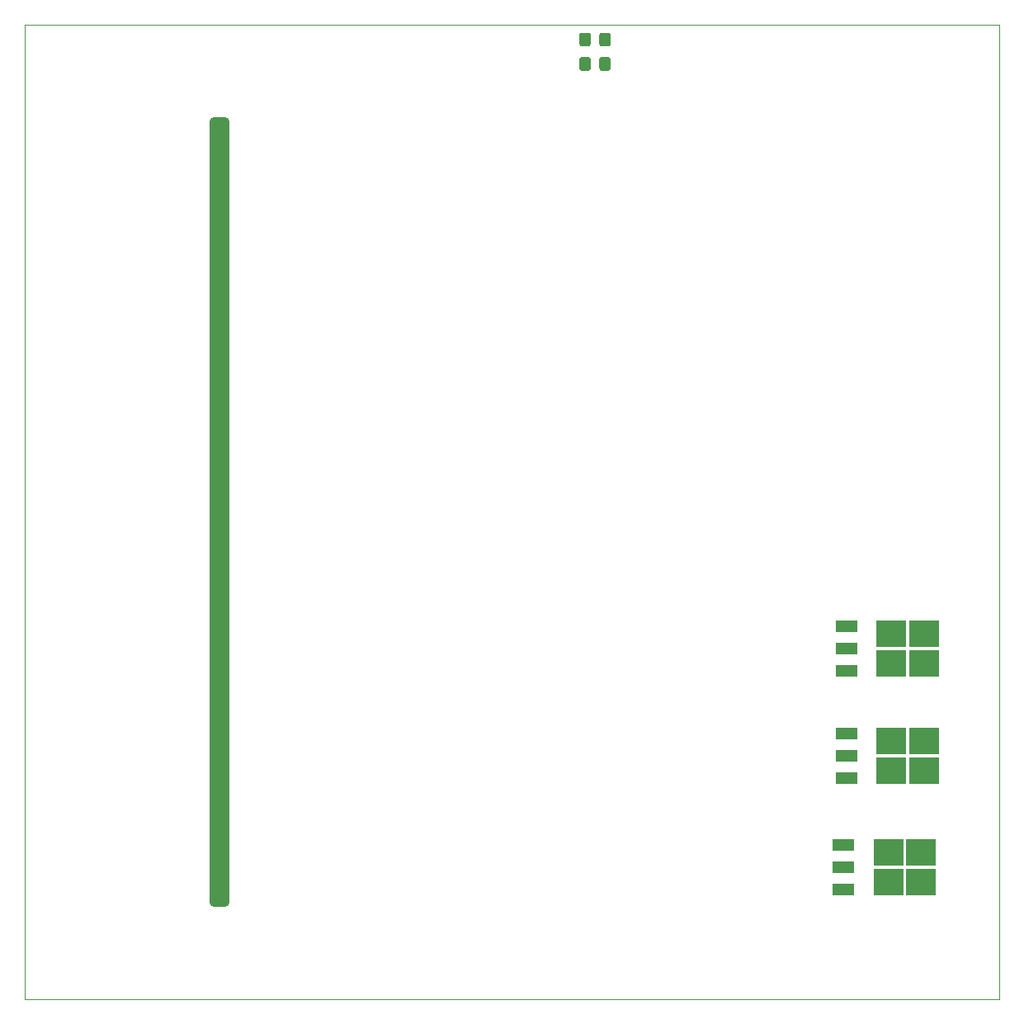
<source format=gbr>
%TF.GenerationSoftware,KiCad,Pcbnew,(5.1.5)-3*%
%TF.CreationDate,2020-03-17T21:32:34+01:00*%
%TF.ProjectId,KicadJE-EuroPowerSupply2-PCB,4b696361-644a-4452-9d45-75726f506f77,Rev A*%
%TF.SameCoordinates,Original*%
%TF.FileFunction,Paste,Top*%
%TF.FilePolarity,Positive*%
%FSLAX46Y46*%
G04 Gerber Fmt 4.6, Leading zero omitted, Abs format (unit mm)*
G04 Created by KiCad (PCBNEW (5.1.5)-3) date 2020-03-17 21:32:34*
%MOMM*%
%LPD*%
G04 APERTURE LIST*
%ADD10C,1.000000*%
%ADD11C,0.050000*%
%ADD12C,0.150000*%
%ADD13R,2.200000X1.200000*%
%ADD14R,3.050000X2.750000*%
G04 APERTURE END LIST*
D10*
X69500000Y-60000000D02*
X70500000Y-60000000D01*
X69500000Y-140000000D02*
X70500000Y-140000000D01*
X70500000Y-60000000D02*
X70500000Y-140000000D01*
X69500000Y-60000000D02*
X69500000Y-140000000D01*
D11*
X50000000Y-150000000D02*
X50000000Y-50000000D01*
X150000000Y-150000000D02*
X50000000Y-150000000D01*
X150000000Y-50000000D02*
X150000000Y-150000000D01*
X50000000Y-50000000D02*
X150000000Y-50000000D01*
D12*
G36*
X107849505Y-53301204D02*
G01*
X107873773Y-53304804D01*
X107897572Y-53310765D01*
X107920671Y-53319030D01*
X107942850Y-53329520D01*
X107963893Y-53342132D01*
X107983599Y-53356747D01*
X108001777Y-53373223D01*
X108018253Y-53391401D01*
X108032868Y-53411107D01*
X108045480Y-53432150D01*
X108055970Y-53454329D01*
X108064235Y-53477428D01*
X108070196Y-53501227D01*
X108073796Y-53525495D01*
X108075000Y-53549999D01*
X108075000Y-54450001D01*
X108073796Y-54474505D01*
X108070196Y-54498773D01*
X108064235Y-54522572D01*
X108055970Y-54545671D01*
X108045480Y-54567850D01*
X108032868Y-54588893D01*
X108018253Y-54608599D01*
X108001777Y-54626777D01*
X107983599Y-54643253D01*
X107963893Y-54657868D01*
X107942850Y-54670480D01*
X107920671Y-54680970D01*
X107897572Y-54689235D01*
X107873773Y-54695196D01*
X107849505Y-54698796D01*
X107825001Y-54700000D01*
X107174999Y-54700000D01*
X107150495Y-54698796D01*
X107126227Y-54695196D01*
X107102428Y-54689235D01*
X107079329Y-54680970D01*
X107057150Y-54670480D01*
X107036107Y-54657868D01*
X107016401Y-54643253D01*
X106998223Y-54626777D01*
X106981747Y-54608599D01*
X106967132Y-54588893D01*
X106954520Y-54567850D01*
X106944030Y-54545671D01*
X106935765Y-54522572D01*
X106929804Y-54498773D01*
X106926204Y-54474505D01*
X106925000Y-54450001D01*
X106925000Y-53549999D01*
X106926204Y-53525495D01*
X106929804Y-53501227D01*
X106935765Y-53477428D01*
X106944030Y-53454329D01*
X106954520Y-53432150D01*
X106967132Y-53411107D01*
X106981747Y-53391401D01*
X106998223Y-53373223D01*
X107016401Y-53356747D01*
X107036107Y-53342132D01*
X107057150Y-53329520D01*
X107079329Y-53319030D01*
X107102428Y-53310765D01*
X107126227Y-53304804D01*
X107150495Y-53301204D01*
X107174999Y-53300000D01*
X107825001Y-53300000D01*
X107849505Y-53301204D01*
G37*
G36*
X109899505Y-53301204D02*
G01*
X109923773Y-53304804D01*
X109947572Y-53310765D01*
X109970671Y-53319030D01*
X109992850Y-53329520D01*
X110013893Y-53342132D01*
X110033599Y-53356747D01*
X110051777Y-53373223D01*
X110068253Y-53391401D01*
X110082868Y-53411107D01*
X110095480Y-53432150D01*
X110105970Y-53454329D01*
X110114235Y-53477428D01*
X110120196Y-53501227D01*
X110123796Y-53525495D01*
X110125000Y-53549999D01*
X110125000Y-54450001D01*
X110123796Y-54474505D01*
X110120196Y-54498773D01*
X110114235Y-54522572D01*
X110105970Y-54545671D01*
X110095480Y-54567850D01*
X110082868Y-54588893D01*
X110068253Y-54608599D01*
X110051777Y-54626777D01*
X110033599Y-54643253D01*
X110013893Y-54657868D01*
X109992850Y-54670480D01*
X109970671Y-54680970D01*
X109947572Y-54689235D01*
X109923773Y-54695196D01*
X109899505Y-54698796D01*
X109875001Y-54700000D01*
X109224999Y-54700000D01*
X109200495Y-54698796D01*
X109176227Y-54695196D01*
X109152428Y-54689235D01*
X109129329Y-54680970D01*
X109107150Y-54670480D01*
X109086107Y-54657868D01*
X109066401Y-54643253D01*
X109048223Y-54626777D01*
X109031747Y-54608599D01*
X109017132Y-54588893D01*
X109004520Y-54567850D01*
X108994030Y-54545671D01*
X108985765Y-54522572D01*
X108979804Y-54498773D01*
X108976204Y-54474505D01*
X108975000Y-54450001D01*
X108975000Y-53549999D01*
X108976204Y-53525495D01*
X108979804Y-53501227D01*
X108985765Y-53477428D01*
X108994030Y-53454329D01*
X109004520Y-53432150D01*
X109017132Y-53411107D01*
X109031747Y-53391401D01*
X109048223Y-53373223D01*
X109066401Y-53356747D01*
X109086107Y-53342132D01*
X109107150Y-53329520D01*
X109129329Y-53319030D01*
X109152428Y-53310765D01*
X109176227Y-53304804D01*
X109200495Y-53301204D01*
X109224999Y-53300000D01*
X109875001Y-53300000D01*
X109899505Y-53301204D01*
G37*
G36*
X109899505Y-50801204D02*
G01*
X109923773Y-50804804D01*
X109947572Y-50810765D01*
X109970671Y-50819030D01*
X109992850Y-50829520D01*
X110013893Y-50842132D01*
X110033599Y-50856747D01*
X110051777Y-50873223D01*
X110068253Y-50891401D01*
X110082868Y-50911107D01*
X110095480Y-50932150D01*
X110105970Y-50954329D01*
X110114235Y-50977428D01*
X110120196Y-51001227D01*
X110123796Y-51025495D01*
X110125000Y-51049999D01*
X110125000Y-51950001D01*
X110123796Y-51974505D01*
X110120196Y-51998773D01*
X110114235Y-52022572D01*
X110105970Y-52045671D01*
X110095480Y-52067850D01*
X110082868Y-52088893D01*
X110068253Y-52108599D01*
X110051777Y-52126777D01*
X110033599Y-52143253D01*
X110013893Y-52157868D01*
X109992850Y-52170480D01*
X109970671Y-52180970D01*
X109947572Y-52189235D01*
X109923773Y-52195196D01*
X109899505Y-52198796D01*
X109875001Y-52200000D01*
X109224999Y-52200000D01*
X109200495Y-52198796D01*
X109176227Y-52195196D01*
X109152428Y-52189235D01*
X109129329Y-52180970D01*
X109107150Y-52170480D01*
X109086107Y-52157868D01*
X109066401Y-52143253D01*
X109048223Y-52126777D01*
X109031747Y-52108599D01*
X109017132Y-52088893D01*
X109004520Y-52067850D01*
X108994030Y-52045671D01*
X108985765Y-52022572D01*
X108979804Y-51998773D01*
X108976204Y-51974505D01*
X108975000Y-51950001D01*
X108975000Y-51049999D01*
X108976204Y-51025495D01*
X108979804Y-51001227D01*
X108985765Y-50977428D01*
X108994030Y-50954329D01*
X109004520Y-50932150D01*
X109017132Y-50911107D01*
X109031747Y-50891401D01*
X109048223Y-50873223D01*
X109066401Y-50856747D01*
X109086107Y-50842132D01*
X109107150Y-50829520D01*
X109129329Y-50819030D01*
X109152428Y-50810765D01*
X109176227Y-50804804D01*
X109200495Y-50801204D01*
X109224999Y-50800000D01*
X109875001Y-50800000D01*
X109899505Y-50801204D01*
G37*
G36*
X107849505Y-50801204D02*
G01*
X107873773Y-50804804D01*
X107897572Y-50810765D01*
X107920671Y-50819030D01*
X107942850Y-50829520D01*
X107963893Y-50842132D01*
X107983599Y-50856747D01*
X108001777Y-50873223D01*
X108018253Y-50891401D01*
X108032868Y-50911107D01*
X108045480Y-50932150D01*
X108055970Y-50954329D01*
X108064235Y-50977428D01*
X108070196Y-51001227D01*
X108073796Y-51025495D01*
X108075000Y-51049999D01*
X108075000Y-51950001D01*
X108073796Y-51974505D01*
X108070196Y-51998773D01*
X108064235Y-52022572D01*
X108055970Y-52045671D01*
X108045480Y-52067850D01*
X108032868Y-52088893D01*
X108018253Y-52108599D01*
X108001777Y-52126777D01*
X107983599Y-52143253D01*
X107963893Y-52157868D01*
X107942850Y-52170480D01*
X107920671Y-52180970D01*
X107897572Y-52189235D01*
X107873773Y-52195196D01*
X107849505Y-52198796D01*
X107825001Y-52200000D01*
X107174999Y-52200000D01*
X107150495Y-52198796D01*
X107126227Y-52195196D01*
X107102428Y-52189235D01*
X107079329Y-52180970D01*
X107057150Y-52170480D01*
X107036107Y-52157868D01*
X107016401Y-52143253D01*
X106998223Y-52126777D01*
X106981747Y-52108599D01*
X106967132Y-52088893D01*
X106954520Y-52067850D01*
X106944030Y-52045671D01*
X106935765Y-52022572D01*
X106929804Y-51998773D01*
X106926204Y-51974505D01*
X106925000Y-51950001D01*
X106925000Y-51049999D01*
X106926204Y-51025495D01*
X106929804Y-51001227D01*
X106935765Y-50977428D01*
X106944030Y-50954329D01*
X106954520Y-50932150D01*
X106967132Y-50911107D01*
X106981747Y-50891401D01*
X106998223Y-50873223D01*
X107016401Y-50856747D01*
X107036107Y-50842132D01*
X107057150Y-50829520D01*
X107079329Y-50819030D01*
X107102428Y-50810765D01*
X107126227Y-50804804D01*
X107150495Y-50801204D01*
X107174999Y-50800000D01*
X107825001Y-50800000D01*
X107849505Y-50801204D01*
G37*
D13*
X134300000Y-111720000D03*
X134300000Y-114000000D03*
X134300000Y-116280000D03*
D14*
X142275000Y-115525000D03*
X138925000Y-112475000D03*
X142275000Y-112475000D03*
X138925000Y-115525000D03*
D13*
X134300000Y-122720000D03*
X134300000Y-125000000D03*
X134300000Y-127280000D03*
D14*
X142275000Y-126525000D03*
X138925000Y-123475000D03*
X142275000Y-123475000D03*
X138925000Y-126525000D03*
X138650000Y-137950001D03*
X142000000Y-134900001D03*
X138650000Y-134900001D03*
X142000000Y-137950001D03*
D13*
X134025000Y-138705001D03*
X134025000Y-136425001D03*
X134025000Y-134145001D03*
M02*

</source>
